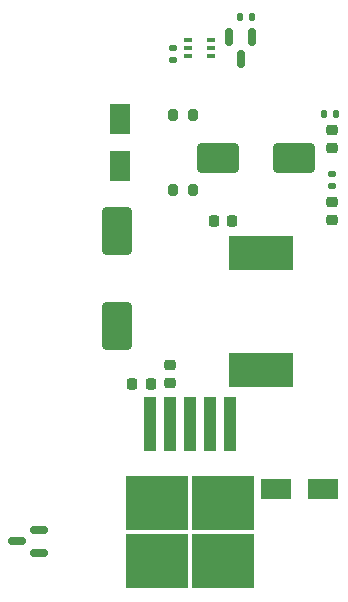
<source format=gbr>
%TF.GenerationSoftware,KiCad,Pcbnew,(6.0.4)*%
%TF.CreationDate,2022-07-12T09:01:25+01:00*%
%TF.ProjectId,PowerPi,506f7765-7250-4692-9e6b-696361645f70,rev?*%
%TF.SameCoordinates,Original*%
%TF.FileFunction,Paste,Top*%
%TF.FilePolarity,Positive*%
%FSLAX46Y46*%
G04 Gerber Fmt 4.6, Leading zero omitted, Abs format (unit mm)*
G04 Created by KiCad (PCBNEW (6.0.4)) date 2022-07-12 09:01:25*
%MOMM*%
%LPD*%
G01*
G04 APERTURE LIST*
G04 Aperture macros list*
%AMRoundRect*
0 Rectangle with rounded corners*
0 $1 Rounding radius*
0 $2 $3 $4 $5 $6 $7 $8 $9 X,Y pos of 4 corners*
0 Add a 4 corners polygon primitive as box body*
4,1,4,$2,$3,$4,$5,$6,$7,$8,$9,$2,$3,0*
0 Add four circle primitives for the rounded corners*
1,1,$1+$1,$2,$3*
1,1,$1+$1,$4,$5*
1,1,$1+$1,$6,$7*
1,1,$1+$1,$8,$9*
0 Add four rect primitives between the rounded corners*
20,1,$1+$1,$2,$3,$4,$5,0*
20,1,$1+$1,$4,$5,$6,$7,0*
20,1,$1+$1,$6,$7,$8,$9,0*
20,1,$1+$1,$8,$9,$2,$3,0*%
G04 Aperture macros list end*
%ADD10RoundRect,0.135000X0.135000X0.185000X-0.135000X0.185000X-0.135000X-0.185000X0.135000X-0.185000X0*%
%ADD11RoundRect,0.200000X-0.200000X-0.275000X0.200000X-0.275000X0.200000X0.275000X-0.200000X0.275000X0*%
%ADD12R,0.650000X0.400000*%
%ADD13R,1.800000X2.500000*%
%ADD14RoundRect,0.225000X0.250000X-0.225000X0.250000X0.225000X-0.250000X0.225000X-0.250000X-0.225000X0*%
%ADD15RoundRect,0.250000X1.500000X1.000000X-1.500000X1.000000X-1.500000X-1.000000X1.500000X-1.000000X0*%
%ADD16RoundRect,0.150000X0.587500X0.150000X-0.587500X0.150000X-0.587500X-0.150000X0.587500X-0.150000X0*%
%ADD17RoundRect,0.135000X-0.185000X0.135000X-0.185000X-0.135000X0.185000X-0.135000X0.185000X0.135000X0*%
%ADD18RoundRect,0.150000X-0.150000X0.587500X-0.150000X-0.587500X0.150000X-0.587500X0.150000X0.587500X0*%
%ADD19RoundRect,0.225000X0.225000X0.250000X-0.225000X0.250000X-0.225000X-0.250000X0.225000X-0.250000X0*%
%ADD20R,5.250000X4.550000*%
%ADD21R,1.100000X4.600000*%
%ADD22R,2.500000X1.800000*%
%ADD23RoundRect,0.250000X1.000000X-1.750000X1.000000X1.750000X-1.000000X1.750000X-1.000000X-1.750000X0*%
%ADD24RoundRect,0.218750X0.256250X-0.218750X0.256250X0.218750X-0.256250X0.218750X-0.256250X-0.218750X0*%
%ADD25R,5.400000X2.900000*%
%ADD26RoundRect,0.135000X0.185000X-0.135000X0.185000X0.135000X-0.185000X0.135000X-0.185000X-0.135000X0*%
G04 APERTURE END LIST*
D10*
%TO.C,R2*%
X142460000Y-60400000D03*
X141440000Y-60400000D03*
%TD*%
D11*
%TO.C,R9*%
X135775000Y-75000000D03*
X137425000Y-75000000D03*
%TD*%
D12*
%TO.C,Q2*%
X138950000Y-63650000D03*
X138950000Y-63000000D03*
X138950000Y-62350000D03*
X137050000Y-62350000D03*
X137050000Y-63000000D03*
X137050000Y-63650000D03*
%TD*%
D13*
%TO.C,D2*%
X131250000Y-69000000D03*
X131250000Y-73000000D03*
%TD*%
D14*
%TO.C,C3*%
X135500000Y-91375000D03*
X135500000Y-89825000D03*
%TD*%
D15*
%TO.C,C5*%
X146050000Y-72300000D03*
X139550000Y-72300000D03*
%TD*%
D16*
%TO.C,Q1*%
X124437500Y-105700000D03*
X124437500Y-103800000D03*
X122562500Y-104750000D03*
%TD*%
D17*
%TO.C,R1*%
X135750000Y-62990000D03*
X135750000Y-64010000D03*
%TD*%
D18*
%TO.C,Q3*%
X142450000Y-62062500D03*
X140550000Y-62062500D03*
X141500000Y-63937500D03*
%TD*%
D19*
%TO.C,C4*%
X140775000Y-77600000D03*
X139225000Y-77600000D03*
%TD*%
D20*
%TO.C,U1*%
X139975000Y-106400000D03*
X134425000Y-106400000D03*
X139975000Y-101550000D03*
X134425000Y-101550000D03*
D21*
X140600000Y-94825000D03*
X138900000Y-94825000D03*
X137200000Y-94825000D03*
X135500000Y-94825000D03*
X133800000Y-94825000D03*
%TD*%
D10*
%TO.C,R6*%
X149610000Y-68600000D03*
X148590000Y-68600000D03*
%TD*%
D22*
%TO.C,D6*%
X144450000Y-100300000D03*
X148450000Y-100300000D03*
%TD*%
D23*
%TO.C,C1*%
X131000000Y-86500000D03*
X131000000Y-78500000D03*
%TD*%
D19*
%TO.C,C2*%
X133875000Y-91400000D03*
X132325000Y-91400000D03*
%TD*%
D24*
%TO.C,D5*%
X149200000Y-77587500D03*
X149200000Y-76012500D03*
%TD*%
%TO.C,D3*%
X149200000Y-71487500D03*
X149200000Y-69912500D03*
%TD*%
D25*
%TO.C,L1*%
X143200000Y-90250000D03*
X143200000Y-80350000D03*
%TD*%
D26*
%TO.C,R8*%
X149200000Y-74710000D03*
X149200000Y-73690000D03*
%TD*%
D11*
%TO.C,R10*%
X135775000Y-68700000D03*
X137425000Y-68700000D03*
%TD*%
M02*

</source>
